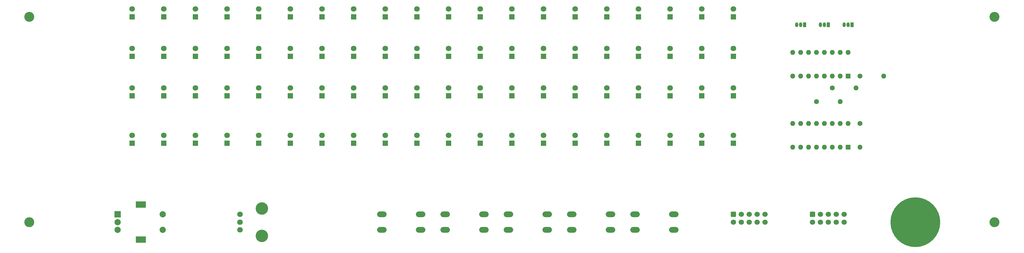
<source format=gts>
%TF.GenerationSoftware,KiCad,Pcbnew,(6.0.1)*%
%TF.CreationDate,2023-02-19T21:20:49+01:00*%
%TF.ProjectId,fm_radio_panel,666d5f72-6164-4696-9f5f-70616e656c2e,rev?*%
%TF.SameCoordinates,Original*%
%TF.FileFunction,Soldermask,Top*%
%TF.FilePolarity,Negative*%
%FSLAX46Y46*%
G04 Gerber Fmt 4.6, Leading zero omitted, Abs format (unit mm)*
G04 Created by KiCad (PCBNEW (6.0.1)) date 2023-02-19 21:20:49*
%MOMM*%
%LPD*%
G01*
G04 APERTURE LIST*
G04 Aperture macros list*
%AMRoundRect*
0 Rectangle with rounded corners*
0 $1 Rounding radius*
0 $2 $3 $4 $5 $6 $7 $8 $9 X,Y pos of 4 corners*
0 Add a 4 corners polygon primitive as box body*
4,1,4,$2,$3,$4,$5,$6,$7,$8,$9,$2,$3,0*
0 Add four circle primitives for the rounded corners*
1,1,$1+$1,$2,$3*
1,1,$1+$1,$4,$5*
1,1,$1+$1,$6,$7*
1,1,$1+$1,$8,$9*
0 Add four rect primitives between the rounded corners*
20,1,$1+$1,$2,$3,$4,$5,0*
20,1,$1+$1,$4,$5,$6,$7,0*
20,1,$1+$1,$6,$7,$8,$9,0*
20,1,$1+$1,$8,$9,$2,$3,0*%
G04 Aperture macros list end*
%ADD10O,3.048000X1.850000*%
%ADD11C,4.000000*%
%ADD12C,1.800000*%
%ADD13R,2.000000X2.000000*%
%ADD14C,2.000000*%
%ADD15R,3.200000X2.000000*%
%ADD16C,16.000000*%
%ADD17C,3.200000*%
%ADD18C,1.600000*%
%ADD19O,1.600000X1.600000*%
%ADD20R,1.800000X1.800000*%
%ADD21C,1.700000*%
%ADD22RoundRect,0.250000X-0.600000X0.600000X-0.600000X-0.600000X0.600000X-0.600000X0.600000X0.600000X0*%
%ADD23R,1.050000X1.500000*%
%ADD24O,1.050000X1.500000*%
%ADD25R,1.600000X1.600000*%
G04 APERTURE END LIST*
D10*
%TO.C,SW5*%
X240140000Y-167680000D03*
X252640000Y-167680000D03*
X240140000Y-172680000D03*
X252640000Y-172680000D03*
%TD*%
%TO.C,SW4*%
X219820000Y-167680000D03*
X232320000Y-167680000D03*
X219820000Y-172680000D03*
X232320000Y-172680000D03*
%TD*%
%TO.C,SW3*%
X199500000Y-167680000D03*
X212000000Y-167680000D03*
X199500000Y-172680000D03*
X212000000Y-172680000D03*
%TD*%
%TO.C,SW2*%
X179180000Y-167680000D03*
X191680000Y-167680000D03*
X179180000Y-172680000D03*
X191680000Y-172680000D03*
%TD*%
D11*
%TO.C,SW6*%
X120330000Y-174580000D03*
X120330000Y-165780000D03*
D12*
X113330000Y-172680000D03*
X113330000Y-170180000D03*
X113330000Y-167680000D03*
%TD*%
D13*
%TO.C,RV1*%
X74030000Y-167680000D03*
D14*
X74030000Y-172680000D03*
X74030000Y-170180000D03*
D15*
X81530000Y-164580000D03*
X81530000Y-175780000D03*
D14*
X88530000Y-172680000D03*
X88530000Y-167680000D03*
%TD*%
D16*
%TO.C,REF\u002A\u002A*%
X330200000Y-170180000D03*
%TD*%
D17*
%TO.C,H4*%
X45720000Y-104140000D03*
%TD*%
%TO.C,H3*%
X355600000Y-170180000D03*
%TD*%
%TO.C,H2*%
X45720000Y-170180000D03*
%TD*%
%TO.C,H1*%
X355600000Y-104140000D03*
%TD*%
D18*
%TO.C,R1*%
X312420000Y-138430000D03*
D19*
X312420000Y-146050000D03*
%TD*%
D18*
%TO.C,R2*%
X312420000Y-123190000D03*
D19*
X320040000Y-123190000D03*
%TD*%
D12*
%TO.C,D30*%
X149860000Y-114300000D03*
D20*
X149860000Y-116840000D03*
%TD*%
D12*
%TO.C,D55*%
X210820000Y-127000000D03*
D20*
X210820000Y-129540000D03*
%TD*%
D12*
%TO.C,D65*%
X241300000Y-101600000D03*
D20*
X241300000Y-104140000D03*
%TD*%
D12*
%TO.C,D47*%
X190500000Y-127000000D03*
D20*
X190500000Y-129540000D03*
%TD*%
D12*
%TO.C,D2*%
X78740000Y-114300000D03*
D20*
X78740000Y-116840000D03*
%TD*%
D12*
%TO.C,D31*%
X149860000Y-127000000D03*
D20*
X149860000Y-129540000D03*
%TD*%
D12*
%TO.C,D53*%
X210820000Y-101600000D03*
D20*
X210820000Y-104140000D03*
%TD*%
D12*
%TO.C,D44*%
X180340000Y-142240000D03*
D20*
X180340000Y-144780000D03*
%TD*%
D12*
%TO.C,D13*%
X109220000Y-101600000D03*
D20*
X109220000Y-104140000D03*
%TD*%
D10*
%TO.C,SW1*%
X171360000Y-167640000D03*
X158860000Y-167640000D03*
X171360000Y-172640000D03*
X158860000Y-172640000D03*
%TD*%
D12*
%TO.C,D8*%
X88900000Y-142240000D03*
D20*
X88900000Y-144780000D03*
%TD*%
D12*
%TO.C,D42*%
X180340000Y-114300000D03*
D20*
X180340000Y-116840000D03*
%TD*%
D12*
%TO.C,D35*%
X160020000Y-127000000D03*
D20*
X160020000Y-129540000D03*
%TD*%
D12*
%TO.C,D34*%
X160020000Y-114300000D03*
D20*
X160020000Y-116840000D03*
%TD*%
D12*
%TO.C,D51*%
X200660000Y-127000000D03*
D20*
X200660000Y-129540000D03*
%TD*%
D12*
%TO.C,D45*%
X190500000Y-101600000D03*
D20*
X190500000Y-104140000D03*
%TD*%
D12*
%TO.C,D69*%
X251460000Y-101600000D03*
D20*
X251460000Y-104140000D03*
%TD*%
D12*
%TO.C,D19*%
X119380000Y-127000000D03*
D20*
X119380000Y-129540000D03*
%TD*%
D12*
%TO.C,D3*%
X78740000Y-127000000D03*
D20*
X78740000Y-129540000D03*
%TD*%
D21*
%TO.C,J2*%
X281940000Y-170180000D03*
X281940000Y-167640000D03*
X279400000Y-170180000D03*
X279400000Y-167640000D03*
X276860000Y-170180000D03*
X276860000Y-167640000D03*
X274320000Y-170180000D03*
X274320000Y-167640000D03*
X271780000Y-170180000D03*
D22*
X271780000Y-167640000D03*
%TD*%
D23*
%TO.C,Q2*%
X302260000Y-106680000D03*
D24*
X300990000Y-106680000D03*
X299720000Y-106680000D03*
%TD*%
D12*
%TO.C,D1*%
X78740000Y-101600000D03*
D20*
X78740000Y-104140000D03*
%TD*%
D12*
%TO.C,D59*%
X220980000Y-127000000D03*
D20*
X220980000Y-129540000D03*
%TD*%
D12*
%TO.C,D54*%
X210820000Y-114300000D03*
D20*
X210820000Y-116840000D03*
%TD*%
D12*
%TO.C,D26*%
X139700000Y-114300000D03*
D20*
X139700000Y-116840000D03*
%TD*%
D12*
%TO.C,D48*%
X190500000Y-142240000D03*
D20*
X190500000Y-144780000D03*
%TD*%
D12*
%TO.C,D17*%
X119380000Y-101600000D03*
D20*
X119380000Y-104140000D03*
%TD*%
D12*
%TO.C,D38*%
X170180000Y-114300000D03*
D20*
X170180000Y-116840000D03*
%TD*%
D12*
%TO.C,D76*%
X261620000Y-142240000D03*
D20*
X261620000Y-144780000D03*
%TD*%
D12*
%TO.C,D43*%
X180340000Y-127000000D03*
D20*
X180340000Y-129540000D03*
%TD*%
D23*
%TO.C,Q3*%
X294640000Y-106680000D03*
D24*
X293370000Y-106680000D03*
X292100000Y-106680000D03*
%TD*%
D12*
%TO.C,D78*%
X271780000Y-114300000D03*
D20*
X271780000Y-116840000D03*
%TD*%
D12*
%TO.C,D15*%
X109220000Y-127000000D03*
D20*
X109220000Y-129540000D03*
%TD*%
D12*
%TO.C,D6*%
X88900000Y-114300000D03*
D20*
X88900000Y-116840000D03*
%TD*%
D12*
%TO.C,D18*%
X119380000Y-114300000D03*
D20*
X119380000Y-116840000D03*
%TD*%
D12*
%TO.C,D14*%
X109220000Y-114300000D03*
D20*
X109220000Y-116840000D03*
%TD*%
D18*
%TO.C,R3*%
X303530000Y-127000000D03*
D19*
X311150000Y-127000000D03*
%TD*%
D12*
%TO.C,D61*%
X231140000Y-101600000D03*
D20*
X231140000Y-104140000D03*
%TD*%
D12*
%TO.C,D49*%
X200660000Y-101600000D03*
D20*
X200660000Y-104140000D03*
%TD*%
D12*
%TO.C,D23*%
X129540000Y-127000000D03*
D20*
X129540000Y-129540000D03*
%TD*%
D12*
%TO.C,D32*%
X149860000Y-142240000D03*
D20*
X149860000Y-144780000D03*
%TD*%
D12*
%TO.C,D68*%
X241300000Y-142240000D03*
D20*
X241300000Y-144780000D03*
%TD*%
D12*
%TO.C,D57*%
X220980000Y-101600000D03*
D20*
X220980000Y-104140000D03*
%TD*%
D12*
%TO.C,D66*%
X241300000Y-114300000D03*
D20*
X241300000Y-116840000D03*
%TD*%
D12*
%TO.C,D21*%
X129540000Y-101600000D03*
D20*
X129540000Y-104140000D03*
%TD*%
D21*
%TO.C,J1*%
X307340000Y-170180000D03*
X307340000Y-167640000D03*
X304800000Y-170180000D03*
X304800000Y-167640000D03*
X302260000Y-170180000D03*
X302260000Y-167640000D03*
X299720000Y-170180000D03*
X299720000Y-167640000D03*
X297180000Y-170180000D03*
D22*
X297180000Y-167640000D03*
%TD*%
D12*
%TO.C,D74*%
X261620000Y-114300000D03*
D20*
X261620000Y-116840000D03*
%TD*%
D12*
%TO.C,D9*%
X99060000Y-101600000D03*
D20*
X99060000Y-104140000D03*
%TD*%
D12*
%TO.C,D12*%
X99060000Y-142240000D03*
D20*
X99060000Y-144780000D03*
%TD*%
D12*
%TO.C,D4*%
X78740000Y-142240000D03*
D20*
X78740000Y-144780000D03*
%TD*%
D18*
%TO.C,R4*%
X298450000Y-131445000D03*
D19*
X306070000Y-131445000D03*
%TD*%
D25*
%TO.C,U1*%
X308595000Y-146040000D03*
D19*
X306055000Y-146040000D03*
X303515000Y-146040000D03*
X300975000Y-146040000D03*
X298435000Y-146040000D03*
X295895000Y-146040000D03*
X293355000Y-146040000D03*
X290815000Y-146040000D03*
X290815000Y-138420000D03*
X293355000Y-138420000D03*
X295895000Y-138420000D03*
X298435000Y-138420000D03*
X300975000Y-138420000D03*
X303515000Y-138420000D03*
X306055000Y-138420000D03*
X308595000Y-138420000D03*
%TD*%
D23*
%TO.C,Q1*%
X309880000Y-106680000D03*
D24*
X308610000Y-106680000D03*
X307340000Y-106680000D03*
%TD*%
D12*
%TO.C,D20*%
X119380000Y-142240000D03*
D20*
X119380000Y-144780000D03*
%TD*%
D12*
%TO.C,D29*%
X149860000Y-101600000D03*
D20*
X149860000Y-104140000D03*
%TD*%
D12*
%TO.C,D77*%
X271780000Y-101600000D03*
D20*
X271780000Y-104140000D03*
%TD*%
D12*
%TO.C,D22*%
X129540000Y-114300000D03*
D20*
X129540000Y-116840000D03*
%TD*%
D12*
%TO.C,D80*%
X271780000Y-142240000D03*
D20*
X271780000Y-144780000D03*
%TD*%
D12*
%TO.C,D60*%
X220980000Y-142240000D03*
D20*
X220980000Y-144780000D03*
%TD*%
D12*
%TO.C,D75*%
X261620000Y-127000000D03*
D20*
X261620000Y-129540000D03*
%TD*%
D12*
%TO.C,D40*%
X170180000Y-142240000D03*
D20*
X170180000Y-144780000D03*
%TD*%
D12*
%TO.C,D41*%
X180340000Y-101600000D03*
D20*
X180340000Y-104140000D03*
%TD*%
D12*
%TO.C,D36*%
X160020000Y-142240000D03*
D20*
X160020000Y-144780000D03*
%TD*%
D12*
%TO.C,D73*%
X261620000Y-101600000D03*
D20*
X261620000Y-104140000D03*
%TD*%
D12*
%TO.C,D62*%
X231140000Y-114300000D03*
D20*
X231140000Y-116840000D03*
%TD*%
D12*
%TO.C,D27*%
X139700000Y-127000000D03*
D20*
X139700000Y-129540000D03*
%TD*%
D12*
%TO.C,D52*%
X200660000Y-142240000D03*
D20*
X200660000Y-144780000D03*
%TD*%
D12*
%TO.C,D63*%
X231140000Y-127000000D03*
D20*
X231140000Y-129540000D03*
%TD*%
D12*
%TO.C,D25*%
X139700000Y-101600000D03*
D20*
X139700000Y-104140000D03*
%TD*%
D12*
%TO.C,D28*%
X139700000Y-142240000D03*
D20*
X139700000Y-144780000D03*
%TD*%
D12*
%TO.C,D7*%
X88900000Y-127000000D03*
D20*
X88900000Y-129540000D03*
%TD*%
D12*
%TO.C,D46*%
X190500000Y-114300000D03*
D20*
X190500000Y-116840000D03*
%TD*%
D12*
%TO.C,D10*%
X99060000Y-114300000D03*
D20*
X99060000Y-116840000D03*
%TD*%
D12*
%TO.C,D39*%
X170180000Y-127000000D03*
D20*
X170180000Y-129540000D03*
%TD*%
D12*
%TO.C,D11*%
X99060000Y-127000000D03*
D20*
X99060000Y-129540000D03*
%TD*%
D12*
%TO.C,D5*%
X88900000Y-101600000D03*
D20*
X88900000Y-104140000D03*
%TD*%
D12*
%TO.C,D72*%
X251460000Y-142240000D03*
D20*
X251460000Y-144780000D03*
%TD*%
D25*
%TO.C,U2*%
X308595000Y-123180000D03*
D19*
X306055000Y-123180000D03*
X303515000Y-123180000D03*
X300975000Y-123180000D03*
X298435000Y-123180000D03*
X295895000Y-123180000D03*
X293355000Y-123180000D03*
X290815000Y-123180000D03*
X290815000Y-115560000D03*
X293355000Y-115560000D03*
X295895000Y-115560000D03*
X298435000Y-115560000D03*
X300975000Y-115560000D03*
X303515000Y-115560000D03*
X306055000Y-115560000D03*
X308595000Y-115560000D03*
%TD*%
D12*
%TO.C,D33*%
X160020000Y-101600000D03*
D20*
X160020000Y-104140000D03*
%TD*%
D12*
%TO.C,D67*%
X241300000Y-127000000D03*
D20*
X241300000Y-129540000D03*
%TD*%
D12*
%TO.C,D71*%
X251460000Y-127000000D03*
D20*
X251460000Y-129540000D03*
%TD*%
D12*
%TO.C,D70*%
X251460000Y-114300000D03*
D20*
X251460000Y-116840000D03*
%TD*%
D12*
%TO.C,D37*%
X170180000Y-101600000D03*
D20*
X170180000Y-104140000D03*
%TD*%
D12*
%TO.C,D16*%
X109220000Y-142240000D03*
D20*
X109220000Y-144780000D03*
%TD*%
D12*
%TO.C,D79*%
X271780000Y-127000000D03*
D20*
X271780000Y-129540000D03*
%TD*%
D12*
%TO.C,D56*%
X210820000Y-142240000D03*
D20*
X210820000Y-144780000D03*
%TD*%
D12*
%TO.C,D58*%
X220980000Y-114300000D03*
D20*
X220980000Y-116840000D03*
%TD*%
D12*
%TO.C,D64*%
X231140000Y-142240000D03*
D20*
X231140000Y-144780000D03*
%TD*%
D12*
%TO.C,D24*%
X129540000Y-142240000D03*
D20*
X129540000Y-144780000D03*
%TD*%
D12*
%TO.C,D50*%
X200660000Y-114300000D03*
D20*
X200660000Y-116840000D03*
%TD*%
M02*

</source>
